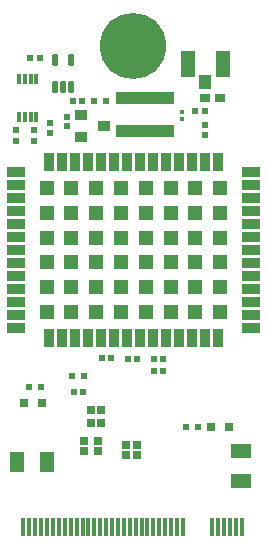
<source format=gts>
G04*
G04 #@! TF.GenerationSoftware,Altium Limited,Altium Designer,24.4.1 (13)*
G04*
G04 Layer_Color=8388736*
%FSLAX44Y44*%
%MOMM*%
G71*
G04*
G04 #@! TF.SameCoordinates,8810BBE3-700E-470D-A85D-18A7825838DF*
G04*
G04*
G04 #@! TF.FilePolarity,Negative*
G04*
G01*
G75*
%ADD13R,0.5153X0.4725*%
%ADD14R,0.5000X0.6000*%
%ADD16R,0.6153X0.5725*%
%ADD17R,1.7062X1.1546*%
%ADD21R,0.8000X0.8000*%
%ADD23R,4.9000X1.1000*%
%ADD26R,0.5725X0.6153*%
%ADD29R,0.3627X0.4541*%
%ADD30R,0.8500X0.6500*%
%ADD31R,0.6000X0.5000*%
%ADD32R,0.5811X0.4725*%
%ADD33R,0.4725X0.5811*%
%ADD36R,1.1546X1.7062*%
%ADD37R,0.7000X0.6500*%
%ADD38R,1.2000X1.2000*%
%ADD39R,0.9000X1.6000*%
%ADD40R,1.6000X0.9000*%
%ADD41R,1.0000X0.9000*%
G04:AMPARAMS|DCode=42|XSize=0.5mm|YSize=0.95mm|CornerRadius=0.1mm|HoleSize=0mm|Usage=FLASHONLY|Rotation=180.000|XOffset=0mm|YOffset=0mm|HoleType=Round|Shape=RoundedRectangle|*
%AMROUNDEDRECTD42*
21,1,0.5000,0.7500,0,0,180.0*
21,1,0.3000,0.9500,0,0,180.0*
1,1,0.2000,-0.1500,0.3750*
1,1,0.2000,0.1500,0.3750*
1,1,0.2000,0.1500,-0.3750*
1,1,0.2000,-0.1500,-0.3750*
%
%ADD42ROUNDEDRECTD42*%
G04:AMPARAMS|DCode=43|XSize=0.4mm|YSize=0.9mm|CornerRadius=0.0995mm|HoleSize=0mm|Usage=FLASHONLY|Rotation=0.000|XOffset=0mm|YOffset=0mm|HoleType=Round|Shape=RoundedRectangle|*
%AMROUNDEDRECTD43*
21,1,0.4000,0.7010,0,0,0.0*
21,1,0.2010,0.9000,0,0,0.0*
1,1,0.1990,0.1005,-0.3505*
1,1,0.1990,-0.1005,-0.3505*
1,1,0.1990,-0.1005,0.3505*
1,1,0.1990,0.1005,0.3505*
%
%ADD43ROUNDEDRECTD43*%
%ADD44R,1.1500X2.3000*%
%ADD45R,1.1000X1.1500*%
%ADD46R,0.6500X0.7000*%
%ADD47R,0.4500X1.5500*%
%ADD48C,5.6000*%
D13*
X106214Y155000D02*
D03*
X113786D02*
D03*
X67786Y127000D02*
D03*
X60214D02*
D03*
X135786Y145000D02*
D03*
X128214D02*
D03*
X135786Y155000D02*
D03*
X128214D02*
D03*
X84237Y155226D02*
D03*
X91808D02*
D03*
D14*
X77000Y373250D02*
D03*
X87000D02*
D03*
X165000Y97000D02*
D03*
X155000D02*
D03*
X22000Y131000D02*
D03*
X32000D02*
D03*
X59000Y140000D02*
D03*
X69000D02*
D03*
D16*
X162593Y364779D02*
D03*
X171164D02*
D03*
X22714Y410000D02*
D03*
X31286D02*
D03*
D17*
X202000Y51242D02*
D03*
Y76758D02*
D03*
D21*
X191500Y97000D02*
D03*
X176500D02*
D03*
X32878Y117328D02*
D03*
X17879D02*
D03*
D23*
X120000Y348000D02*
D03*
Y376000D02*
D03*
D26*
X171000Y353286D02*
D03*
Y344714D02*
D03*
X40000Y345714D02*
D03*
Y354286D02*
D03*
D29*
X151962Y357973D02*
D03*
Y364059D02*
D03*
D30*
X171295Y375639D02*
D03*
X183795D02*
D03*
D31*
X11000Y339000D02*
D03*
Y349000D02*
D03*
X26000Y339000D02*
D03*
Y349000D02*
D03*
D32*
X66655Y373238D02*
D03*
X59345D02*
D03*
D33*
X54000Y352345D02*
D03*
Y359655D02*
D03*
D36*
X12242Y68000D02*
D03*
X37758D02*
D03*
D37*
X83250Y101000D02*
D03*
X74750D02*
D03*
X83250Y112000D02*
D03*
X74750D02*
D03*
D38*
X184000Y194600D02*
D03*
X163000Y194600D02*
D03*
X142000D02*
D03*
X121000D02*
D03*
X100000D02*
D03*
X79000D02*
D03*
X58000D02*
D03*
X37000D02*
D03*
X184000Y215600D02*
D03*
X163000Y215600D02*
D03*
X142000D02*
D03*
X121000D02*
D03*
X100000D02*
D03*
X79000D02*
D03*
X58000D02*
D03*
X37000D02*
D03*
X184000Y236600D02*
D03*
X163000Y236600D02*
D03*
X142000D02*
D03*
X121000D02*
D03*
X100000D02*
D03*
X79000D02*
D03*
X58000D02*
D03*
X37000D02*
D03*
X184000Y257600D02*
D03*
X163000Y257600D02*
D03*
X142000D02*
D03*
X121000D02*
D03*
X100000D02*
D03*
X79000D02*
D03*
X58000D02*
D03*
X37000D02*
D03*
X184000Y278600D02*
D03*
X163000Y278600D02*
D03*
X142000D02*
D03*
X121000D02*
D03*
X100000D02*
D03*
X79000D02*
D03*
X58000D02*
D03*
X37000D02*
D03*
X184000Y299600D02*
D03*
X163000Y299600D02*
D03*
X142000D02*
D03*
X121000D02*
D03*
X100000D02*
D03*
X79000D02*
D03*
X58000D02*
D03*
X37000D02*
D03*
D39*
X182000Y172600D02*
D03*
X171000D02*
D03*
X160000D02*
D03*
X149000D02*
D03*
X138000D02*
D03*
X127000D02*
D03*
X116000D02*
D03*
X105000D02*
D03*
X94000D02*
D03*
X83000D02*
D03*
X72000D02*
D03*
X61000D02*
D03*
X50000D02*
D03*
X39000D02*
D03*
Y321600D02*
D03*
X50000D02*
D03*
X61000D02*
D03*
X72000D02*
D03*
X83000D02*
D03*
X94000D02*
D03*
X105000D02*
D03*
X116000D02*
D03*
X127000D02*
D03*
X138000D02*
D03*
X149000D02*
D03*
X160000D02*
D03*
X171000D02*
D03*
X182000D02*
D03*
D40*
X11000Y181100D02*
D03*
Y192100D02*
D03*
Y203100D02*
D03*
Y214100D02*
D03*
Y225100D02*
D03*
Y236100D02*
D03*
Y247100D02*
D03*
Y258100D02*
D03*
Y269100D02*
D03*
Y280100D02*
D03*
Y291100D02*
D03*
Y302100D02*
D03*
Y313100D02*
D03*
X210000D02*
D03*
Y258100D02*
D03*
Y269100D02*
D03*
Y302100D02*
D03*
Y291100D02*
D03*
Y280100D02*
D03*
Y247100D02*
D03*
Y236100D02*
D03*
Y225100D02*
D03*
Y214100D02*
D03*
Y203100D02*
D03*
Y192100D02*
D03*
Y181100D02*
D03*
D41*
X66000Y361500D02*
D03*
Y342500D02*
D03*
X86000Y352000D02*
D03*
D42*
X44500Y385480D02*
D03*
X51000D02*
D03*
X57500D02*
D03*
Y407980D02*
D03*
X44500D02*
D03*
D43*
X13500Y360000D02*
D03*
X18500D02*
D03*
X23500D02*
D03*
X28500D02*
D03*
X13500Y392000D02*
D03*
X18500D02*
D03*
X23500D02*
D03*
X28500D02*
D03*
D44*
X156554Y404624D02*
D03*
X186054D02*
D03*
D45*
X171304Y389374D02*
D03*
D46*
X114000Y73750D02*
D03*
Y82250D02*
D03*
X104000Y73750D02*
D03*
Y82250D02*
D03*
X69000Y85250D02*
D03*
Y76750D02*
D03*
X81000Y85250D02*
D03*
Y76750D02*
D03*
D47*
X17500Y12750D02*
D03*
X22500D02*
D03*
X27500D02*
D03*
X32500D02*
D03*
X37500D02*
D03*
X42500D02*
D03*
X47500D02*
D03*
X52500D02*
D03*
X57500D02*
D03*
X62500D02*
D03*
X67500D02*
D03*
X72500D02*
D03*
X77500D02*
D03*
X82500D02*
D03*
X87500D02*
D03*
X92500D02*
D03*
X97500D02*
D03*
X102500D02*
D03*
X107500D02*
D03*
X112500D02*
D03*
X117500D02*
D03*
X122500D02*
D03*
X127500D02*
D03*
X132500D02*
D03*
X137500D02*
D03*
X142500D02*
D03*
X147500D02*
D03*
X152500D02*
D03*
X187500D02*
D03*
X192500D02*
D03*
X197500D02*
D03*
X202500D02*
D03*
X182500D02*
D03*
X177500D02*
D03*
D48*
X110000Y420000D02*
D03*
M02*

</source>
